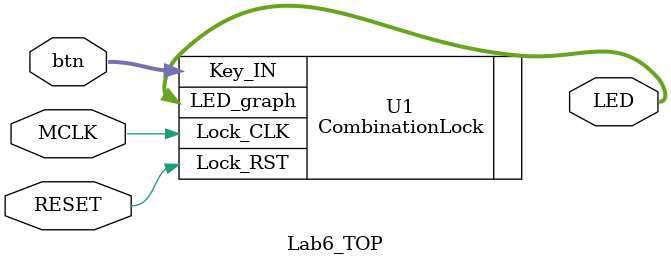
<source format=v>
`timescale 1ns / 1ps
/* *********************************************************************************
*	Module name: Lab6_TOP.v
*	Description: Verilog top module for Lab6. All needed modules are instantiated
*					 below. Inputs are Baysys2 MCLK and a reset switch on Baysys2 board.
*					 Outputs are 8 LEDs (bargraph) for combination lock.
*
*	Author				Date						Revision		Comments	
************************************************************************************
*	Leonardo Fusser	29 November 2021		v1.0.0		Created Lab6_TOP.v file.
*																		Completed Lab6_TOP.v file.
*
************************************************************************************/

/*Lab6_TOP module*/
module Lab6_TOP(
	 input MCLK, RESET,	//MCLCK and RESET inputs.
	 input [3:0] btn,		//Pushbutton inputs.
	 output [7:0] LED		//LED bargraph output.
    );

	 /*CombinationLock module instantiation*/
	 CombinationLock U1(
		.Lock_CLK(MCLK),	//Provides MCLK as input to module.
		.Lock_RST(RESET),	//Provides RESET as input to module.
		.Key_IN(btn),		//Provides pushbuttons as input to module.
		.LED_graph(LED)	//Takes LED bargraph as output from module.
	 );

endmodule

</source>
